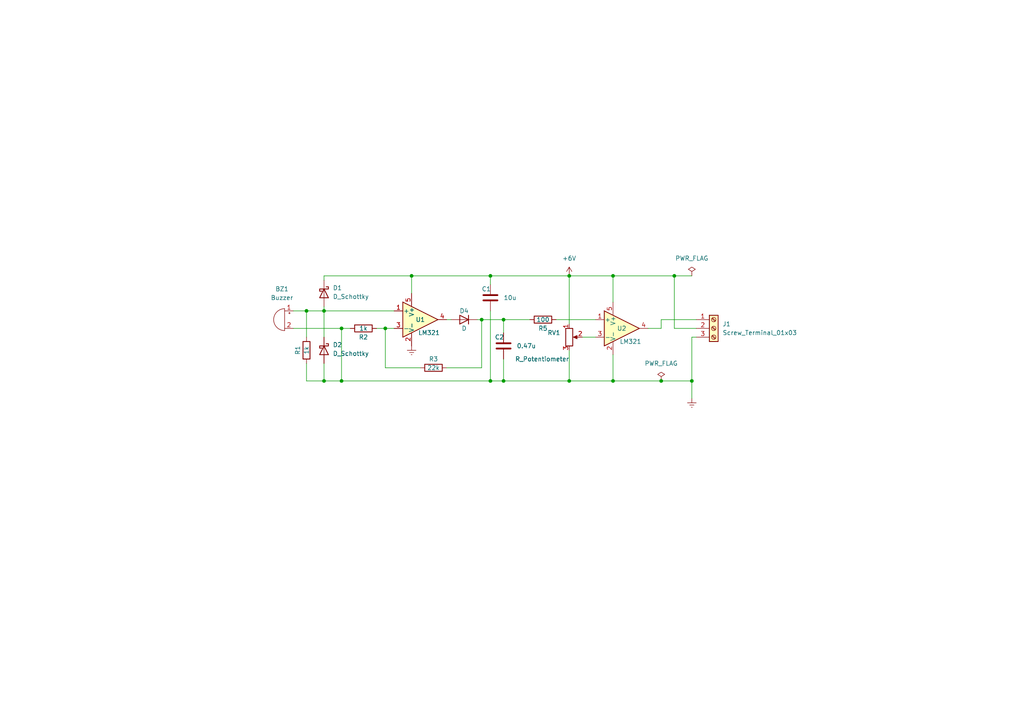
<source format=kicad_sch>
(kicad_sch (version 20231120) (generator "eeschema") (generator_version "8.0")
  (paper "A4")
  (lib_symbols
    (symbol "Amplifier_Operational:LM321" (pin_names (offset 0.127))
      (property "Reference" "U" (at 0 7.62 0))
      (property "Value" "LM321" (at 0 5.08 0))
      (symbol "LM321_0_1"
        (polyline (pts (xy -5.08 5.08) (xy 5.08 0) (xy -5.08 -5.08) (xy -5.08 5.08)) (stroke (width 0.254)) (fill (type background)))
      )
      (symbol "LM321_1_1"
        (pin input line (at -7.62 2.54 0) (length 2.54) (name "+") (number "1"))
        (pin power_in line (at -2.54 -7.62 90) (length 3.81) (name "V-") (number "2"))
        (pin input line (at -7.62 -2.54 0) (length 2.54) (name "-") (number "3"))
        (pin output line (at 7.62 0 180) (length 2.54) (name "~") (number "4"))
        (pin power_in line (at -2.54 7.62 270) (length 3.81) (name "V+") (number "5"))
      )
    )
    (symbol "Connector:Screw_Terminal_01x03" (pin_names (offset 1.016) hide)
      (property "Reference" "J" (at 0 5.08 0))
      (property "Value" "Screw_Terminal_01x03" (at 0 -5.08 0))
      (symbol "Screw_Terminal_01x03_1_1"
        (rectangle (start -1.27 3.81) (end 1.27 -3.81) (stroke (width 0.254)) (fill (type background)))
        (circle (center 0 -2.54) (radius 0.635) (stroke (width 0.1524)))
        (polyline (pts (xy -0.5334 -2.2098) (xy 0.3302 -3.048)) (stroke (width 0.1524)))
        (polyline (pts (xy -0.5334 0.3302) (xy 0.3302 -0.508)) (stroke (width 0.1524)))
        (polyline (pts (xy -0.5334 2.8702) (xy 0.3302 2.032)) (stroke (width 0.1524)))
        (polyline (pts (xy -0.3556 -2.032) (xy 0.508 -2.8702)) (stroke (width 0.1524)))
        (polyline (pts (xy -0.3556 0.508) (xy 0.508 -0.3302)) (stroke (width 0.1524)))
        (polyline (pts (xy -0.3556 3.048) (xy 0.508 2.2098)) (stroke (width 0.1524)))
        (circle (center 0 0) (radius 0.635) (stroke (width 0.1524)))
        (circle (center 0 2.54) (radius 0.635) (stroke (width 0.1524)))
        (pin passive line (at -5.08 2.54 0) (length 3.81) (name "Pin_1") (number "1"))
        (pin passive line (at -5.08 0 0) (length 3.81) (name "Pin_2") (number "2"))
        (pin passive line (at -5.08 -2.54 0) (length 3.81) (name "Pin_3") (number "3"))
      )
    )
    (symbol "Device:Buzzer" (pin_names (offset 0.0254) hide)
      (property "Reference" "BZ" (at 3.81 1.27 0))
      (property "Value" "Buzzer" (at 3.81 -1.27 0))
      (symbol "Buzzer_0_1"
        (arc (start 0 -3.175) (mid 3.1612 0) (end 0 3.175))
        (polyline (pts (xy -1.651 1.905) (xy -1.143 1.905)))
        (polyline (pts (xy -1.397 2.159) (xy -1.397 1.651)))
        (polyline (pts (xy 0 3.175) (xy 0 -3.175)))
      )
      (symbol "Buzzer_1_1"
        (pin passive line (at -2.54 2.54 0) (length 2.54) (name "-") (number "1"))
        (pin passive line (at -2.54 -2.54 0) (length 2.54) (name "+") (number "2"))
      )
    )
    (symbol "Device:C" (pin_numbers hide) (pin_names (offset 0.254))
      (property "Reference" "C" (at 0.635 2.54 0))
      (property "Value" "C" (at 0.635 -2.54 0))
      (symbol "C_0_1"
        (polyline (pts (xy -2.032 -0.762) (xy 2.032 -0.762)) (stroke (width 0.508)))
        (polyline (pts (xy -2.032 0.762) (xy 2.032 0.762)) (stroke (width 0.508)))
      )
      (symbol "C_1_1"
        (pin passive line (at 0 3.81 270) (length 2.794) (name "~") (number "1"))
        (pin passive line (at 0 -3.81 90) (length 2.794) (name "~") (number "2"))
      )
    )
    (symbol "Device:D" (pin_numbers hide) (pin_names (offset 1.016) hide)
      (property "Reference" "D" (at 0 2.54 0))
      (property "Value" "D" (at 0 -2.54 0))
      (symbol "D_0_1"
        (polyline (pts (xy -1.27 1.27) (xy -1.27 -1.27)) (stroke (width 0.254)))
        (polyline (pts (xy 1.27 0) (xy -1.27 0)))
        (polyline (pts (xy 1.27 1.27) (xy 1.27 -1.27) (xy -1.27 0) (xy 1.27 1.27)) (stroke (width 0.254)))
      )
      (symbol "D_1_1"
        (pin passive line (at -3.81 0 0) (length 2.54) (name "K") (number "1"))
        (pin passive line (at 3.81 0 180) (length 2.54) (name "A") (number "2"))
      )
    )
    (symbol "Device:D_Schottky" (pin_numbers hide) (pin_names (offset 1.016) hide)
      (property "Reference" "D" (at 0 2.54 0))
      (property "Value" "D_Schottky" (at 0 -2.54 0))
      (symbol "D_Schottky_0_1"
        (polyline (pts (xy 1.27 0) (xy -1.27 0)))
        (polyline (pts (xy 1.27 1.27) (xy 1.27 -1.27) (xy -1.27 0) (xy 1.27 1.27)) (stroke (width 0.254)))
        (polyline (pts (xy -1.905 0.635) (xy -1.905 1.27) (xy -1.27 1.27) (xy -1.27 -1.27) (xy -0.635 -1.27) (xy -0.635 -0.635)) (stroke (width 0.254)))
      )
      (symbol "D_Schottky_1_1"
        (pin passive line (at -3.81 0 0) (length 2.54) (name "K") (number "1"))
        (pin passive line (at 3.81 0 180) (length 2.54) (name "A") (number "2"))
      )
    )
    (symbol "Device:R" (pin_numbers hide) (pin_names (offset 0))
      (property "Reference" "R" (at 2.032 0 90))
      (property "Value" "R" (at 0 0 90))
      (symbol "R_0_1"
        (rectangle (start -1.016 -2.54) (end 1.016 2.54) (stroke (width 0.254)))
      )
      (symbol "R_1_1"
        (pin passive line (at 0 3.81 270) (length 1.27) (name "~") (number "1"))
        (pin passive line (at 0 -3.81 90) (length 1.27) (name "~") (number "2"))
      )
    )
    (symbol "Device:R_Potentiometer" (pin_names (offset 1.016) hide)
      (property "Reference" "RV" (at -4.445 0 90))
      (property "Value" "R_Potentiometer" (at -2.54 0 90))
      (symbol "R_Potentiometer_0_1"
        (polyline (pts (xy 2.54 0) (xy 1.524 0)))
        (polyline (pts (xy 1.143 0) (xy 2.286 0.508) (xy 2.286 -0.508) (xy 1.143 0)) (fill (type outline)))
        (rectangle (start 1.016 2.54) (end -1.016 -2.54) (stroke (width 0.254)))
      )
      (symbol "R_Potentiometer_1_1"
        (pin passive line (at 0 3.81 270) (length 1.27) (name "1") (number "1"))
        (pin passive line (at 3.81 0 180) (length 1.27) (name "2") (number "2"))
        (pin passive line (at 0 -3.81 90) (length 1.27) (name "3") (number "3"))
      )
    )
    (symbol "power:+6V" (power) (pin_names (offset 0))
      (property "Value" "+6V" (at 0 3.556 0))
      (symbol "+6V_0_1"
        (polyline (pts (xy -0.762 1.27) (xy 0 2.54)))
        (polyline (pts (xy 0 0) (xy 0 2.54)))
        (polyline (pts (xy 0 2.54) (xy 0.762 1.27)))
      )
      (symbol "+6V_1_1"
        (pin power_in line (at 0 0 90) (length 0) hide (name "+6V") (number "1"))
      )
    )
    (symbol "power:Earth" (power) (pin_names (offset 0))
      (symbol "Earth_0_1"
        (polyline (pts (xy -0.635 -1.905) (xy 0.635 -1.905)))
        (polyline (pts (xy -0.127 -2.54) (xy 0.127 -2.54)))
        (polyline (pts (xy 0 -1.27) (xy 0 0)))
        (polyline (pts (xy 1.27 -1.27) (xy -1.27 -1.27)))
      )
      (symbol "Earth_1_1"
        (pin power_in line (at 0 0 270) (length 0) hide (name "Earth") (number "1"))
      )
    )
    (symbol "power:PWR_FLAG" (power) (pin_numbers hide) (pin_names (offset 0) hide)
      (property "Value" "PWR_FLAG" (at 0 3.81 0))
      (symbol "PWR_FLAG_0_0"
        (pin power_out line (at 0 0 90) (length 0) (name "pwr") (number "1"))
      )
      (symbol "PWR_FLAG_0_1"
        (polyline (pts (xy 0 0) (xy 0 1.27) (xy -1.016 1.905) (xy 0 2.54) (xy 1.016 1.905) (xy 0 1.27)))
      )
    )
  )
  (junction (at 177.8 110.49))
  (junction (at 111.76 95.25))
  (junction (at 146.05 110.49))
  (junction (at 200.66 110.49))
  (junction (at 165.1 110.49))
  (junction (at 88.9 90.17))
  (junction (at 119.38 80.01))
  (junction (at 99.06 95.25))
  (junction (at 99.06 110.49))
  (junction (at 142.24 80.01))
  (junction (at 139.7 92.71))
  (junction (at 146.05 92.71))
  (junction (at 165.1 80.01))
  (junction (at 93.98 90.17))
  (junction (at 195.58 80.01))
  (junction (at 142.24 110.49))
  (junction (at 177.8 80.01))
  (junction (at 93.98 110.49))
  (junction (at 191.77 110.49))
  (wire (pts (xy 161.29 92.71) (xy 172.72 92.71)))
  (wire (pts (xy 201.93 92.71) (xy 191.77 92.71)))
  (wire (pts (xy 88.9 110.49) (xy 93.98 110.49)))
  (wire (pts (xy 142.24 110.49) (xy 146.05 110.49)))
  (wire (pts (xy 165.1 110.49) (xy 177.8 110.49)))
  (wire (pts (xy 129.54 106.68) (xy 139.7 106.68)))
  (wire (pts (xy 139.7 92.71) (xy 146.05 92.71)))
  (wire (pts (xy 177.8 110.49) (xy 191.77 110.49)))
  (wire (pts (xy 99.06 95.25) (xy 99.06 110.49)))
  (wire (pts (xy 146.05 92.71) (xy 153.67 92.71)))
  (wire (pts (xy 121.92 106.68) (xy 111.76 106.68)))
  (wire (pts (xy 109.22 95.25) (xy 111.76 95.25)))
  (wire (pts (xy 200.66 110.49) (xy 200.66 115.57)))
  (wire (pts (xy 85.09 95.25) (xy 99.06 95.25)))
  (wire (pts (xy 93.98 80.01) (xy 93.98 81.28)))
  (wire (pts (xy 139.7 92.71) (xy 139.7 106.68)))
  (wire (pts (xy 93.98 90.17) (xy 93.98 97.79)))
  (wire (pts (xy 130.81 92.71) (xy 129.54 92.71)))
  (wire (pts (xy 146.05 104.14) (xy 146.05 110.49)))
  (wire (pts (xy 111.76 95.25) (xy 114.3 95.25)))
  (wire (pts (xy 93.98 90.17) (xy 114.3 90.17)))
  (wire (pts (xy 99.06 110.49) (xy 142.24 110.49)))
  (wire (pts (xy 88.9 105.41) (xy 88.9 110.49)))
  (wire (pts (xy 88.9 90.17) (xy 88.9 97.79)))
  (wire (pts (xy 138.43 92.71) (xy 139.7 92.71)))
  (wire (pts (xy 201.93 95.25) (xy 195.58 95.25)))
  (wire (pts (xy 93.98 88.9) (xy 93.98 90.17)))
  (wire (pts (xy 93.98 105.41) (xy 93.98 110.49)))
  (wire (pts (xy 119.38 80.01) (xy 142.24 80.01)))
  (wire (pts (xy 168.91 97.79) (xy 172.72 97.79)))
  (wire (pts (xy 195.58 95.25) (xy 195.58 80.01)))
  (wire (pts (xy 146.05 110.49) (xy 165.1 110.49)))
  (wire (pts (xy 177.8 80.01) (xy 177.8 87.63)))
  (wire (pts (xy 142.24 80.01) (xy 142.24 82.55)))
  (wire (pts (xy 111.76 95.25) (xy 111.76 106.68)))
  (wire (pts (xy 93.98 110.49) (xy 99.06 110.49)))
  (wire (pts (xy 177.8 80.01) (xy 195.58 80.01)))
  (wire (pts (xy 201.93 97.79) (xy 200.66 97.79)))
  (wire (pts (xy 200.66 97.79) (xy 200.66 110.49)))
  (wire (pts (xy 93.98 80.01) (xy 119.38 80.01)))
  (wire (pts (xy 142.24 90.17) (xy 142.24 110.49)))
  (wire (pts (xy 85.09 90.17) (xy 88.9 90.17)))
  (wire (pts (xy 191.77 92.71) (xy 191.77 95.25)))
  (wire (pts (xy 146.05 92.71) (xy 146.05 96.52)))
  (wire (pts (xy 165.1 80.01) (xy 177.8 80.01)))
  (wire (pts (xy 177.8 102.87) (xy 177.8 110.49)))
  (wire (pts (xy 165.1 80.01) (xy 165.1 93.98)))
  (wire (pts (xy 88.9 90.17) (xy 93.98 90.17)))
  (wire (pts (xy 99.06 95.25) (xy 101.6 95.25)))
  (wire (pts (xy 165.1 101.6) (xy 165.1 110.49)))
  (wire (pts (xy 191.77 110.49) (xy 200.66 110.49)))
  (wire (pts (xy 119.38 80.01) (xy 119.38 85.09)))
  (wire (pts (xy 142.24 80.01) (xy 165.1 80.01)))
  (wire (pts (xy 191.77 95.25) (xy 187.96 95.25)))
  (wire (pts (xy 195.58 80.01) (xy 200.66 80.01)))
  (symbol (lib_id "Amplifier_Operational:LM321") (at 180.34 95.25 0) (unit 1)
    (property "Reference" "U2" (at 180.34 95.25 0))
    (property "Value" "LM321" (at 182.88 99.06 0))
    (property "Footprint" "Package_TO_SOT_SMD:SOT-23-5" (effects (hide yes)))
    (property "Datasheet" "http://www.ti.com/lit/ds/symlink/lm321.pdf" (effects (hide yes)))
  )
  (symbol (lib_id "power:+6V") (at 165.1 80.01 0) (unit 1)
    (property "Reference" "#PWR0101" (effects (hide yes)))
    (property "Value" "+6V" (at 165.1 74.93 0))
  )
  (symbol (lib_id "Device:R") (at 88.9 101.6 180) (unit 1)
    (property "Reference" "R1" (at 86.36 101.6 90))
    (property "Value" "1k" (at 88.9 101.6 90))
    (property "Footprint" "Resistor_SMD:R_1206_3216Metric_Pad1.30x1.75mm_HandSolder" (effects (hide yes)))
  )
  (symbol (lib_id "Device:R") (at 105.41 95.25 90) (unit 1)
    (property "Reference" "R2" (at 105.41 97.79 90))
    (property "Value" "1k" (at 105.41 95.25 90))
    (property "Footprint" "Resistor_SMD:R_1206_3216Metric_Pad1.30x1.75mm_HandSolder" (effects (hide yes)))
  )
  (symbol (lib_id "Connector:Screw_Terminal_01x03") (at 207.01 95.25 0) (unit 1)
    (property "Reference" "J1" (at 209.55 93.9799 0) (effects (justify left)))
    (property "Value" "Screw_Terminal_01x03" (at 209.55 96.5199 0) (effects (justify left)))
    (property "Footprint" "Connector_Wago:Wago_734-133_1x03_P3.50mm_Vertical" (effects (hide yes)))
  )
  (symbol (lib_id "Device:D_Schottky") (at 93.98 85.09 270) (unit 1)
    (property "Reference" "D1" (at 96.52 83.5024 90) (effects (justify left)))
    (property "Value" "D_Schottky" (at 96.52 86.0424 90) (effects (justify left)))
    (property "Footprint" "Diode_SMD:D_SOD-523" (effects (hide yes)))
  )
  (symbol (lib_id "Device:D_Schottky") (at 93.98 101.6 270) (unit 1)
    (property "Reference" "D2" (at 96.52 100.0124 90) (effects (justify left)))
    (property "Value" "D_Schottky" (at 96.52 102.5524 90) (effects (justify left)))
    (property "Footprint" "Diode_SMD:D_SOD-523" (effects (hide yes)))
  )
  (symbol (lib_id "power:Earth") (at 119.38 100.33 0) (unit 1)
    (property "Reference" "#PWR0106" (effects (hide yes)))
    (property "Value" "Earth" (effects (hide yes)))
  )
  (symbol (lib_id "Device:C") (at 146.05 100.33 0) (unit 1)
    (property "Reference" "C2" (at 143.51 97.79 0) (effects (justify left)))
    (property "Value" "0.47u" (at 149.86 100.33 0) (effects (justify left)))
    (property "Footprint" "Capacitor_SMD:C_1206_3216Metric_Pad1.33x1.80mm_HandSolder" (effects (hide yes)))
  )
  (symbol (lib_id "power:Earth") (at 200.66 115.57 0) (unit 1)
    (property "Reference" "#PWR0104" (effects (hide yes)))
    (property "Value" "Earth" (effects (hide yes)))
  )
  (symbol (lib_id "Device:C") (at 142.24 86.36 0) (unit 1)
    (property "Reference" "C1" (at 139.7 83.82 0) (effects (justify left)))
    (property "Value" "10u" (at 146.05 86.36 0) (effects (justify left)))
    (property "Footprint" "Capacitor_SMD:C_1206_3216Metric_Pad1.33x1.80mm_HandSolder" (effects (hide yes)))
  )
  (symbol (lib_id "Device:R_Potentiometer") (at 165.1 97.79 0) (unit 1)
    (property "Reference" "RV1" (at 162.56 96.5199 0) (effects (justify right)))
    (property "Value" "R_Potentiometer" (at 165.1 104.14 0) (effects (justify right)))
    (property "Footprint" "Potentiometer_THT:Potentiometer_ACP_CA9-H5_Horizontal" (effects (hide yes)))
  )
  (symbol (lib_id "Amplifier_Operational:LM321") (at 121.92 92.71 0) (unit 1)
    (property "Reference" "U1" (at 121.92 92.71 0))
    (property "Value" "LM321" (at 124.46 96.52 0))
    (property "Footprint" "Package_TO_SOT_SMD:SOT-23-5" (effects (hide yes)))
    (property "Datasheet" "http://www.ti.com/lit/ds/symlink/lm321.pdf" (effects (hide yes)))
  )
  (symbol (lib_id "Device:R") (at 125.73 106.68 90) (unit 1)
    (property "Reference" "R3" (at 125.73 104.14 90))
    (property "Value" "22k" (at 125.73 106.68 90))
    (property "Footprint" "Resistor_SMD:R_1206_3216Metric_Pad1.30x1.75mm_HandSolder" (effects (hide yes)))
  )
  (symbol (lib_id "power:PWR_FLAG") (at 200.66 80.01 0) (unit 1)
    (property "Reference" "#FLG0101" (effects (hide yes)))
    (property "Value" "PWR_FLAG" (at 200.66 74.93 0))
  )
  (symbol (lib_id "Device:Buzzer") (at 82.55 92.71 0) (mirror y) (unit 1)
    (property "Reference" "BZ1" (at 81.788 83.82 0))
    (property "Value" "Buzzer" (at 81.788 86.36 0))
    (property "Footprint" "Buzzer_Beeper:Buzzer_Murata_PKMCS0909E" (effects (hide yes)))
  )
  (symbol (lib_id "Device:D") (at 134.62 92.71 180) (unit 1)
    (property "Reference" "D4" (at 134.62 90.17 0))
    (property "Value" "D" (at 134.62 95.25 0))
    (property "Footprint" "Diode_SMD:D_1206_3216Metric_Pad1.42x1.75mm_HandSolder" (effects (hide yes)))
  )
  (symbol (lib_id "Device:R") (at 157.48 92.71 90) (unit 1)
    (property "Reference" "R5" (at 157.48 95.25 90))
    (property "Value" "100" (at 157.48 92.71 90))
    (property "Footprint" "Resistor_SMD:R_1206_3216Metric_Pad1.30x1.75mm_HandSolder" (effects (hide yes)))
  )
  (symbol (lib_id "power:PWR_FLAG") (at 191.77 110.49 0) (unit 1)
    (property "Reference" "#FLG0102" (effects (hide yes)))
    (property "Value" "PWR_FLAG" (at 191.77 105.41 0))
  )
)
</source>
